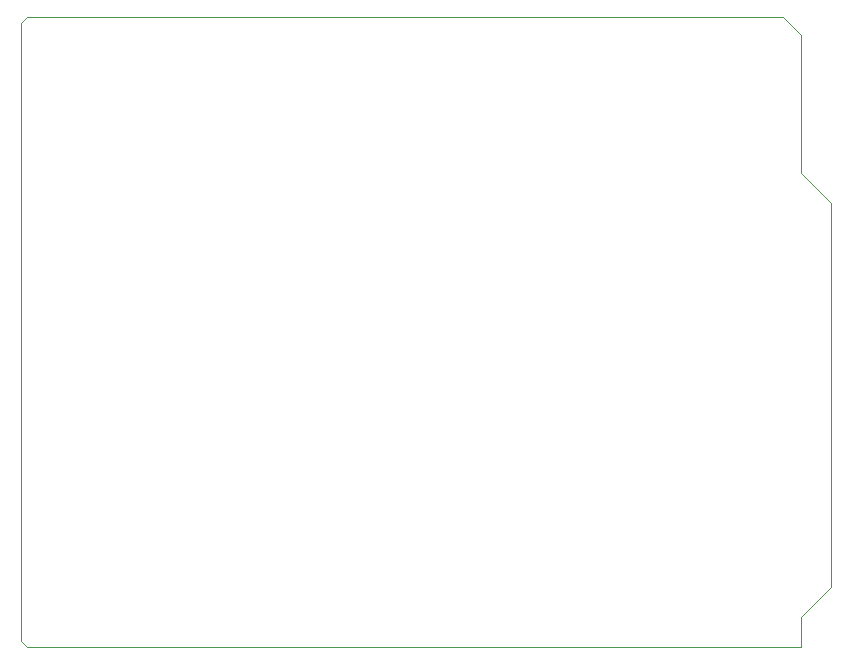
<source format=gm1>
%TF.GenerationSoftware,KiCad,Pcbnew,(5.1.12)-1*%
%TF.CreationDate,2022-07-01T18:07:03+09:00*%
%TF.ProjectId,WemosD1Shield,57656d6f-7344-4315-9368-69656c642e6b,rev?*%
%TF.SameCoordinates,Original*%
%TF.FileFunction,Profile,NP*%
%FSLAX46Y46*%
G04 Gerber Fmt 4.6, Leading zero omitted, Abs format (unit mm)*
G04 Created by KiCad (PCBNEW (5.1.12)-1) date 2022-07-01 18:07:03*
%MOMM*%
%LPD*%
G01*
G04 APERTURE LIST*
%TA.AperFunction,Profile*%
%ADD10C,0.100000*%
%TD*%
G04 APERTURE END LIST*
D10*
X178816000Y-83820000D02*
X180340000Y-85344000D01*
X114808000Y-83820000D02*
X178816000Y-83820000D01*
X114300000Y-84328000D02*
X114808000Y-83820000D01*
X114300000Y-136652000D02*
X114300000Y-84328000D01*
X114808000Y-137160000D02*
X114300000Y-136652000D01*
X180340000Y-137160000D02*
X114808000Y-137160000D01*
X180340000Y-134620000D02*
X180340000Y-137160000D01*
X182880000Y-132080000D02*
X180340000Y-134620000D01*
X182880000Y-99568000D02*
X182880000Y-132080000D01*
X180340000Y-97028000D02*
X182880000Y-99568000D01*
X180340000Y-85344000D02*
X180340000Y-97028000D01*
M02*

</source>
